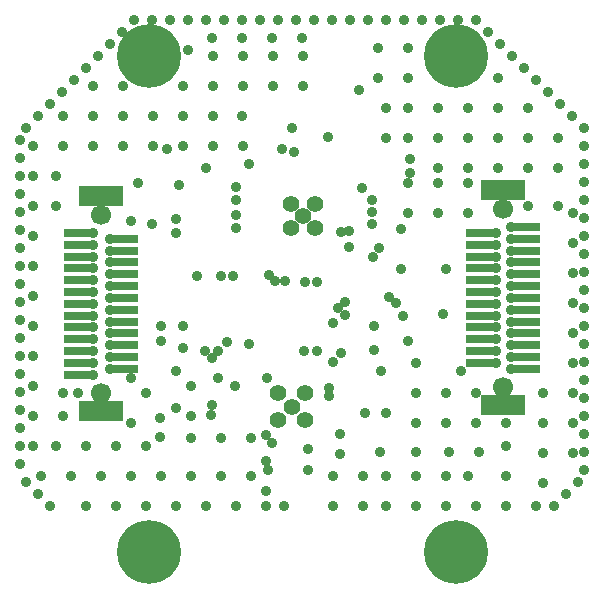
<source format=gbs>
G04 (created by PCBNEW (2013-09-06 BZR 4312)-stable) date T 04 märts 2014 22:38:06 EET*
%MOIN*%
G04 Gerber Fmt 3.4, Leading zero omitted, Abs format*
%FSLAX34Y34*%
G01*
G70*
G90*
G04 APERTURE LIST*
%ADD10C,0.000787*%
%ADD11C,0.066929*%
%ADD12R,0.149606X0.066929*%
%ADD13R,0.097638X0.031496*%
%ADD14C,0.212598*%
%ADD15C,0.035748*%
%ADD16C,0.055748*%
G04 APERTURE END LIST*
G54D10*
G54D11*
X42503Y-42303D03*
X42503Y-48248D03*
G54D12*
X42503Y-41692D03*
X42503Y-48858D03*
G54D13*
X41732Y-47637D03*
X41732Y-47244D03*
X41732Y-46850D03*
X41732Y-46456D03*
X41732Y-46062D03*
X41732Y-45669D03*
X41732Y-45275D03*
X41732Y-44881D03*
X41732Y-44488D03*
X41732Y-44094D03*
X41732Y-43700D03*
X41732Y-43307D03*
X41732Y-42913D03*
X43275Y-43110D03*
X43275Y-43503D03*
X43275Y-43897D03*
X43275Y-44291D03*
X43275Y-44685D03*
X43275Y-45078D03*
X43275Y-45472D03*
X43275Y-45866D03*
X43275Y-46259D03*
X43275Y-46653D03*
X43275Y-47047D03*
X43275Y-47440D03*
G54D11*
X42503Y-48248D03*
X42503Y-42303D03*
G54D12*
X42503Y-48858D03*
X42503Y-41692D03*
G54D11*
X55921Y-48051D03*
X55921Y-42106D03*
G54D12*
X55921Y-48661D03*
X55921Y-41496D03*
G54D13*
X56692Y-42716D03*
X56692Y-43110D03*
X56692Y-43503D03*
X56692Y-43897D03*
X56692Y-44291D03*
X56692Y-44685D03*
X56692Y-45078D03*
X56692Y-45472D03*
X56692Y-45866D03*
X56692Y-46259D03*
X56692Y-46653D03*
X56692Y-47047D03*
X56692Y-47440D03*
X55149Y-47244D03*
X55149Y-46850D03*
X55149Y-46456D03*
X55149Y-46062D03*
X55149Y-45669D03*
X55149Y-45275D03*
X55149Y-44881D03*
X55149Y-44488D03*
X55149Y-44094D03*
X55149Y-43700D03*
X55149Y-43307D03*
X55149Y-42913D03*
G54D11*
X55921Y-42106D03*
X55921Y-48051D03*
G54D12*
X55921Y-41496D03*
X55921Y-48661D03*
G54D14*
X44094Y-37007D03*
X54330Y-37007D03*
X54330Y-53543D03*
X44094Y-53543D03*
G54D15*
X56181Y-43503D03*
X56181Y-43110D03*
X56181Y-42716D03*
X55669Y-47244D03*
X55669Y-46850D03*
X42244Y-42913D03*
X42244Y-43307D03*
X42244Y-43700D03*
X42795Y-47440D03*
X42795Y-47047D03*
X42795Y-44291D03*
X42795Y-44685D03*
X42795Y-45078D03*
X42795Y-45472D03*
X42795Y-45866D03*
X42795Y-46259D03*
X44475Y-49700D03*
X44475Y-49075D03*
X42795Y-46653D03*
X52575Y-45675D03*
X46425Y-47750D03*
X46425Y-46850D03*
X55669Y-46456D03*
X50650Y-45650D03*
X50775Y-43375D03*
X55669Y-42913D03*
X50250Y-45900D03*
X50500Y-46900D03*
X52750Y-46500D03*
X51600Y-46800D03*
X51600Y-46000D03*
X51300Y-48900D03*
X52000Y-48900D03*
X53900Y-45600D03*
X53000Y-47250D03*
X52500Y-44100D03*
X54000Y-44100D03*
X54500Y-47500D03*
X57250Y-50250D03*
X57250Y-49250D03*
X56000Y-49250D03*
X55100Y-50200D03*
X54100Y-50200D03*
X53000Y-50200D03*
X54000Y-51000D03*
X54750Y-51000D03*
X56000Y-51000D03*
X57250Y-51250D03*
X57000Y-52000D03*
X56000Y-52000D03*
X55000Y-52000D03*
X54000Y-52000D03*
X53000Y-51000D03*
X52000Y-51000D03*
X51250Y-51000D03*
X50250Y-51000D03*
X50250Y-52000D03*
X51250Y-52000D03*
X52000Y-52000D03*
X53000Y-52000D03*
X56000Y-50000D03*
X55000Y-48250D03*
X55000Y-49250D03*
X54000Y-49250D03*
X54000Y-48250D03*
X53000Y-48250D03*
X53000Y-49250D03*
X58250Y-50250D03*
X58250Y-49250D03*
X58250Y-46250D03*
X58250Y-47250D03*
X56750Y-42000D03*
X57750Y-42000D03*
X58250Y-45250D03*
X58250Y-44250D03*
X58250Y-43250D03*
X58250Y-42250D03*
X57250Y-48250D03*
X58250Y-48250D03*
X54750Y-40750D03*
X55750Y-40750D03*
X56750Y-40750D03*
X57750Y-40750D03*
X54750Y-42250D03*
X54750Y-41250D03*
X53750Y-40750D03*
X52750Y-41250D03*
X52750Y-42250D03*
X53750Y-42250D03*
X53750Y-41250D03*
X52750Y-36750D03*
X55750Y-37750D03*
X57750Y-39750D03*
X56750Y-39750D03*
X56750Y-38750D03*
X55750Y-38750D03*
X55750Y-39750D03*
X54750Y-39750D03*
X54750Y-38750D03*
X53750Y-38750D03*
X53750Y-39750D03*
X52000Y-39750D03*
X52750Y-39750D03*
X51750Y-36750D03*
X52000Y-38750D03*
X52750Y-38750D03*
X52750Y-37750D03*
X51750Y-37750D03*
X47200Y-39000D03*
X45400Y-36800D03*
X46200Y-36400D03*
X47200Y-36400D03*
X48200Y-36400D03*
X49200Y-36400D03*
X45250Y-38000D03*
X46250Y-38000D03*
X47250Y-38000D03*
X48250Y-38000D03*
X49250Y-38000D03*
X46250Y-37000D03*
X47250Y-37000D03*
X48250Y-37000D03*
X49250Y-37000D03*
X46000Y-40750D03*
X47250Y-40000D03*
X46250Y-40000D03*
X46250Y-39000D03*
X45250Y-39000D03*
X45250Y-40000D03*
X42250Y-38000D03*
X43250Y-38000D03*
X43250Y-40000D03*
X44250Y-40000D03*
X41250Y-39000D03*
X42250Y-39000D03*
X43250Y-39000D03*
X44250Y-39000D03*
X43500Y-42500D03*
X43750Y-41250D03*
X42250Y-40000D03*
X41000Y-42000D03*
X41250Y-40000D03*
X40250Y-48000D03*
X40250Y-47000D03*
X40250Y-46000D03*
X40250Y-45000D03*
X40250Y-44000D03*
X40250Y-43000D03*
X40250Y-40000D03*
X40250Y-41000D03*
X40250Y-42000D03*
X41000Y-41000D03*
X44500Y-46500D03*
X44500Y-46000D03*
X45250Y-46000D03*
X45250Y-46750D03*
X45000Y-47500D03*
X45500Y-48000D03*
X45500Y-49000D03*
X45000Y-48750D03*
X48000Y-50500D03*
X45500Y-49750D03*
X46500Y-49750D03*
X47500Y-49750D03*
X43500Y-47750D03*
X44000Y-48250D03*
X43500Y-49250D03*
X41750Y-48250D03*
X41250Y-48250D03*
X41250Y-49000D03*
X44000Y-50000D03*
X43000Y-50000D03*
X42000Y-50000D03*
X41000Y-50000D03*
X40250Y-49000D03*
X40250Y-50000D03*
X48000Y-51500D03*
X42000Y-52000D03*
X40500Y-51000D03*
X41500Y-51000D03*
X42500Y-51000D03*
X43500Y-51000D03*
X44500Y-51000D03*
X45500Y-51000D03*
X46500Y-51000D03*
X47500Y-51000D03*
X48000Y-52000D03*
X47000Y-52000D03*
X46000Y-52000D03*
X45000Y-52000D03*
X44000Y-52000D03*
X43000Y-52000D03*
X48025Y-49650D03*
X48225Y-49925D03*
X49425Y-50100D03*
G54D16*
X48425Y-48250D03*
X48425Y-49150D03*
X49325Y-49150D03*
X49325Y-48250D03*
X48875Y-48700D03*
X48850Y-41950D03*
X49650Y-42750D03*
X49650Y-41950D03*
X48850Y-42750D03*
X49250Y-42350D03*
G54D15*
X48625Y-52025D03*
X49400Y-50825D03*
X48075Y-50825D03*
X48050Y-47750D03*
X46975Y-48000D03*
X50125Y-48075D03*
X50125Y-48350D03*
X50475Y-50275D03*
X50475Y-49600D03*
X51825Y-50225D03*
X51850Y-47525D03*
X50250Y-47225D03*
X49275Y-46850D03*
X49700Y-46850D03*
X47450Y-46600D03*
X47025Y-41375D03*
X47025Y-41800D03*
X47025Y-42325D03*
X47025Y-42750D03*
X44725Y-40125D03*
X45100Y-41300D03*
X45000Y-42900D03*
X45000Y-42450D03*
X44225Y-42625D03*
X45700Y-44350D03*
X46500Y-44350D03*
X46900Y-44350D03*
X48100Y-44300D03*
X49700Y-44550D03*
X49300Y-44550D03*
X51550Y-42625D03*
X51550Y-42225D03*
X51550Y-41825D03*
X51225Y-41425D03*
X52800Y-40900D03*
X52800Y-40450D03*
X47450Y-40600D03*
X48875Y-39425D03*
X48550Y-40125D03*
X48950Y-40200D03*
X50075Y-39700D03*
X51125Y-38150D03*
X56181Y-47440D03*
X56181Y-47047D03*
X56181Y-46653D03*
X56181Y-44685D03*
X56181Y-44291D03*
X56181Y-43897D03*
X42244Y-47244D03*
X42244Y-47637D03*
X42795Y-43897D03*
X42795Y-43503D03*
X42795Y-43110D03*
X58400Y-51200D03*
X58000Y-51600D03*
X57600Y-52000D03*
X40000Y-39400D03*
X40400Y-39000D03*
X40800Y-38600D03*
X41200Y-38200D03*
X41600Y-37800D03*
X42000Y-37400D03*
X42400Y-37000D03*
X42800Y-36600D03*
X43200Y-36200D03*
X43600Y-35800D03*
X40800Y-52000D03*
X40400Y-51600D03*
X40000Y-51200D03*
X39800Y-50600D03*
X39800Y-39800D03*
X39800Y-40400D03*
X39800Y-41000D03*
X39800Y-41600D03*
X39800Y-42200D03*
X39800Y-42800D03*
X39800Y-43400D03*
X39800Y-44000D03*
X39800Y-44600D03*
X39800Y-45200D03*
X39800Y-45800D03*
X39800Y-46400D03*
X39800Y-47000D03*
X39800Y-47600D03*
X39800Y-48200D03*
X39800Y-48800D03*
X39800Y-49400D03*
X39800Y-50000D03*
X54400Y-35800D03*
X53800Y-35800D03*
X53200Y-35800D03*
X52600Y-35800D03*
X52000Y-35800D03*
X51400Y-35800D03*
X50800Y-35800D03*
X50200Y-35800D03*
X49600Y-35800D03*
X49000Y-35800D03*
X48400Y-35800D03*
X47800Y-35800D03*
X47200Y-35800D03*
X46600Y-35800D03*
X46000Y-35800D03*
X45400Y-35800D03*
X44800Y-35800D03*
X44200Y-35800D03*
X55000Y-35800D03*
X55400Y-36200D03*
X55800Y-36600D03*
X56200Y-37000D03*
X56600Y-37400D03*
X57000Y-37800D03*
X57400Y-38200D03*
X57800Y-38600D03*
X58200Y-39000D03*
X58600Y-39400D03*
X58600Y-50800D03*
X58600Y-50200D03*
X58600Y-49600D03*
X58600Y-49000D03*
X58600Y-48400D03*
X58600Y-47800D03*
X58600Y-47200D03*
X58600Y-46600D03*
X58600Y-46000D03*
X58600Y-45400D03*
X58600Y-44800D03*
X58600Y-44200D03*
X58600Y-43600D03*
X58600Y-43000D03*
X58600Y-42400D03*
X58600Y-41800D03*
X58600Y-41200D03*
X58600Y-40600D03*
X58600Y-40000D03*
X42244Y-46850D03*
X42244Y-46456D03*
X42244Y-46062D03*
X46725Y-46550D03*
X42244Y-45669D03*
X50500Y-42875D03*
X42244Y-45275D03*
X48650Y-44525D03*
X42244Y-44881D03*
X48325Y-44500D03*
X42244Y-44488D03*
X42244Y-44094D03*
X56181Y-45078D03*
X52525Y-42775D03*
X50775Y-42850D03*
X56181Y-45472D03*
X56181Y-45866D03*
X55669Y-45669D03*
X55669Y-46062D03*
X46200Y-48650D03*
X46200Y-47075D03*
X50425Y-45425D03*
X52350Y-45250D03*
X55669Y-44881D03*
X51575Y-43725D03*
X55669Y-43700D03*
X45975Y-46850D03*
X50650Y-45200D03*
X52100Y-45050D03*
X46175Y-48975D03*
X55669Y-44488D03*
X51775Y-43425D03*
X55669Y-43307D03*
X55669Y-45275D03*
X55669Y-44094D03*
X56181Y-46259D03*
M02*

</source>
